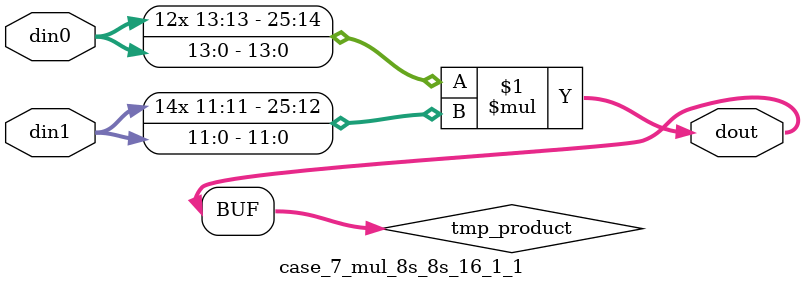
<source format=v>

`timescale 1 ns / 1 ps

 (* use_dsp = "no" *)  module case_7_mul_8s_8s_16_1_1(din0, din1, dout);
parameter ID = 1;
parameter NUM_STAGE = 0;
parameter din0_WIDTH = 14;
parameter din1_WIDTH = 12;
parameter dout_WIDTH = 26;

input [din0_WIDTH - 1 : 0] din0; 
input [din1_WIDTH - 1 : 0] din1; 
output [dout_WIDTH - 1 : 0] dout;

wire signed [dout_WIDTH - 1 : 0] tmp_product;



























assign tmp_product = $signed(din0) * $signed(din1);








assign dout = tmp_product;





















endmodule

</source>
